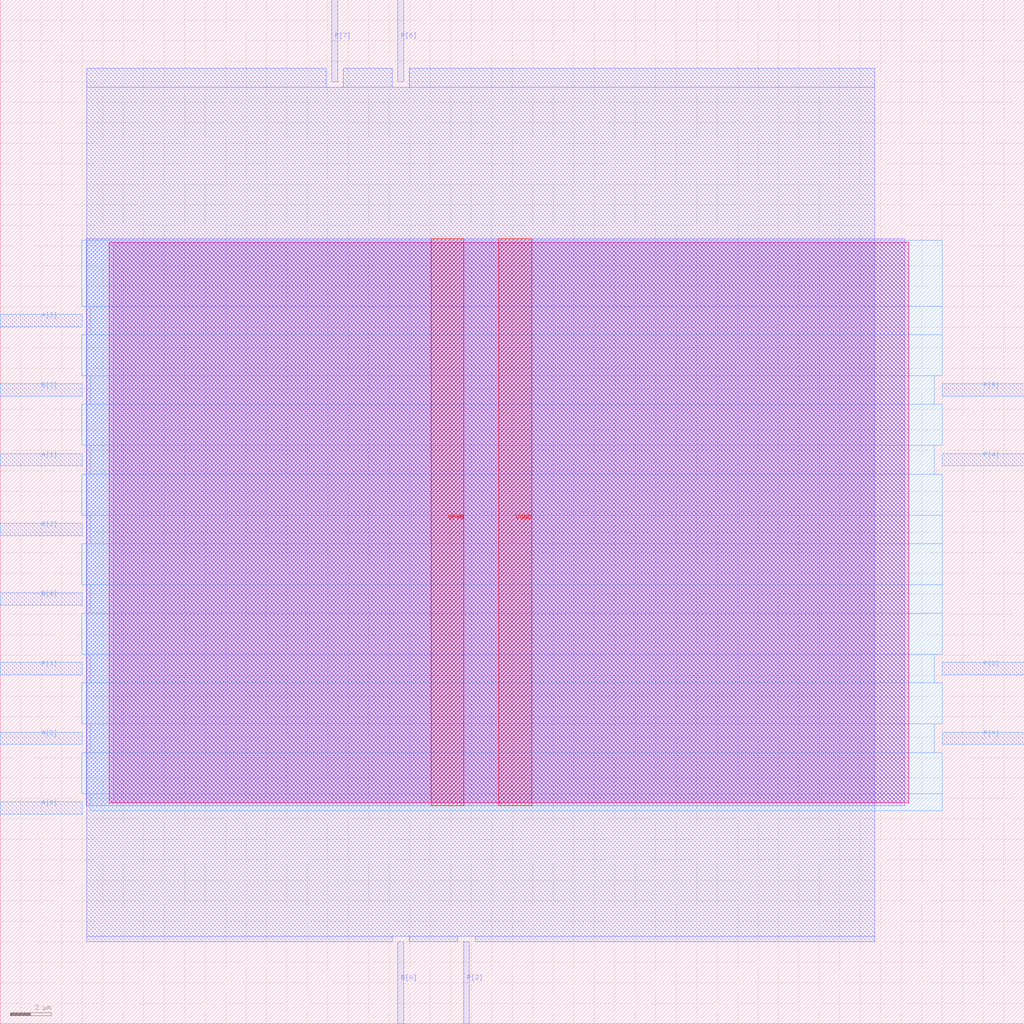
<source format=lef>
VERSION 5.7 ;
  NOWIREEXTENSIONATPIN ON ;
  DIVIDERCHAR "/" ;
  BUSBITCHARS "[]" ;
MACRO mult4_SarsaNada_e8_SARSA_RUIDO_e9_SARSA_RUIDO_e9_SARSA_RUIDO_e9
  CLASS BLOCK ;
  FOREIGN mult4_SarsaNada_e8_SARSA_RUIDO_e9_SARSA_RUIDO_e9_SARSA_RUIDO_e9 ;
  ORIGIN 0.000 0.000 ;
  SIZE 50.000 BY 50.000 ;
  PIN A[0]
    DIRECTION INPUT ;
    USE SIGNAL ;
    ANTENNAGATEAREA 0.126000 ;
    PORT
      LAYER met3 ;
        RECT 0.000 10.240 4.000 10.840 ;
    END
  END A[0]
  PIN A[1]
    DIRECTION INPUT ;
    USE SIGNAL ;
    ANTENNAGATEAREA 0.196500 ;
    PORT
      LAYER met3 ;
        RECT 0.000 27.240 4.000 27.840 ;
    END
  END A[1]
  PIN A[2]
    DIRECTION INPUT ;
    USE SIGNAL ;
    ANTENNAGATEAREA 0.213000 ;
    PORT
      LAYER met3 ;
        RECT 0.000 13.640 4.000 14.240 ;
    END
  END A[2]
  PIN A[3]
    DIRECTION INPUT ;
    USE SIGNAL ;
    ANTENNAGATEAREA 0.196500 ;
    PORT
      LAYER met3 ;
        RECT 0.000 34.040 4.000 34.640 ;
    END
  END A[3]
  PIN B[0]
    DIRECTION INPUT ;
    USE SIGNAL ;
    ANTENNAGATEAREA 0.196500 ;
    PORT
      LAYER met2 ;
        RECT 19.410 0.000 19.690 4.000 ;
    END
  END B[0]
  PIN B[1]
    DIRECTION INPUT ;
    USE SIGNAL ;
    ANTENNAGATEAREA 0.213000 ;
    PORT
      LAYER met3 ;
        RECT 0.000 20.440 4.000 21.040 ;
    END
  END B[1]
  PIN B[2]
    DIRECTION INPUT ;
    USE SIGNAL ;
    ANTENNAGATEAREA 0.196500 ;
    PORT
      LAYER met3 ;
        RECT 0.000 23.840 4.000 24.440 ;
    END
  END B[2]
  PIN B[3]
    DIRECTION INPUT ;
    USE SIGNAL ;
    ANTENNAGATEAREA 0.213000 ;
    PORT
      LAYER met3 ;
        RECT 0.000 30.640 4.000 31.240 ;
    END
  END B[3]
  PIN P[0]
    DIRECTION OUTPUT ;
    USE SIGNAL ;
    PORT
      LAYER met3 ;
        RECT 46.000 13.640 50.000 14.240 ;
    END
  END P[0]
  PIN P[1]
    DIRECTION OUTPUT ;
    USE SIGNAL ;
    ANTENNADIFFAREA 0.445500 ;
    PORT
      LAYER met3 ;
        RECT 0.000 17.040 4.000 17.640 ;
    END
  END P[1]
  PIN P[2]
    DIRECTION OUTPUT ;
    USE SIGNAL ;
    ANTENNADIFFAREA 0.445500 ;
    PORT
      LAYER met2 ;
        RECT 22.630 0.000 22.910 4.000 ;
    END
  END P[2]
  PIN P[3]
    DIRECTION OUTPUT ;
    USE SIGNAL ;
    ANTENNADIFFAREA 0.445500 ;
    PORT
      LAYER met3 ;
        RECT 46.000 17.040 50.000 17.640 ;
    END
  END P[3]
  PIN P[4]
    DIRECTION OUTPUT ;
    USE SIGNAL ;
    ANTENNADIFFAREA 0.445500 ;
    PORT
      LAYER met3 ;
        RECT 46.000 27.240 50.000 27.840 ;
    END
  END P[4]
  PIN P[5]
    DIRECTION OUTPUT ;
    USE SIGNAL ;
    ANTENNADIFFAREA 0.445500 ;
    PORT
      LAYER met3 ;
        RECT 46.000 30.640 50.000 31.240 ;
    END
  END P[5]
  PIN P[6]
    DIRECTION OUTPUT ;
    USE SIGNAL ;
    ANTENNADIFFAREA 0.445500 ;
    PORT
      LAYER met2 ;
        RECT 19.410 46.000 19.690 50.000 ;
    END
  END P[6]
  PIN P[7]
    DIRECTION OUTPUT ;
    USE SIGNAL ;
    ANTENNADIFFAREA 0.445500 ;
    PORT
      LAYER met2 ;
        RECT 16.190 46.000 16.470 50.000 ;
    END
  END P[7]
  PIN VGND
    DIRECTION INOUT ;
    USE GROUND ;
    PORT
      LAYER met4 ;
        RECT 24.340 10.640 25.940 38.320 ;
    END
  END VGND
  PIN VPWR
    DIRECTION INOUT ;
    USE POWER ;
    PORT
      LAYER met4 ;
        RECT 21.040 10.640 22.640 38.320 ;
    END
  END VPWR
  OBS
      LAYER nwell ;
        RECT 5.330 10.795 44.350 38.165 ;
      LAYER li1 ;
        RECT 5.520 10.795 44.160 38.165 ;
      LAYER met1 ;
        RECT 4.210 10.640 44.160 38.320 ;
      LAYER met2 ;
        RECT 4.230 45.720 15.910 46.650 ;
        RECT 16.750 45.720 19.130 46.650 ;
        RECT 19.970 45.720 42.690 46.650 ;
        RECT 4.230 4.280 42.690 45.720 ;
        RECT 4.230 4.000 19.130 4.280 ;
        RECT 19.970 4.000 22.350 4.280 ;
        RECT 23.190 4.000 42.690 4.280 ;
      LAYER met3 ;
        RECT 3.990 35.040 46.000 38.245 ;
        RECT 4.400 33.640 46.000 35.040 ;
        RECT 3.990 31.640 46.000 33.640 ;
        RECT 4.400 30.240 45.600 31.640 ;
        RECT 3.990 28.240 46.000 30.240 ;
        RECT 4.400 26.840 45.600 28.240 ;
        RECT 3.990 24.840 46.000 26.840 ;
        RECT 4.400 23.440 46.000 24.840 ;
        RECT 3.990 21.440 46.000 23.440 ;
        RECT 4.400 20.040 46.000 21.440 ;
        RECT 3.990 18.040 46.000 20.040 ;
        RECT 4.400 16.640 45.600 18.040 ;
        RECT 3.990 14.640 46.000 16.640 ;
        RECT 4.400 13.240 45.600 14.640 ;
        RECT 3.990 11.240 46.000 13.240 ;
        RECT 4.400 10.390 46.000 11.240 ;
  END
END mult4_SarsaNada_e8_SARSA_RUIDO_e9_SARSA_RUIDO_e9_SARSA_RUIDO_e9
END LIBRARY


</source>
